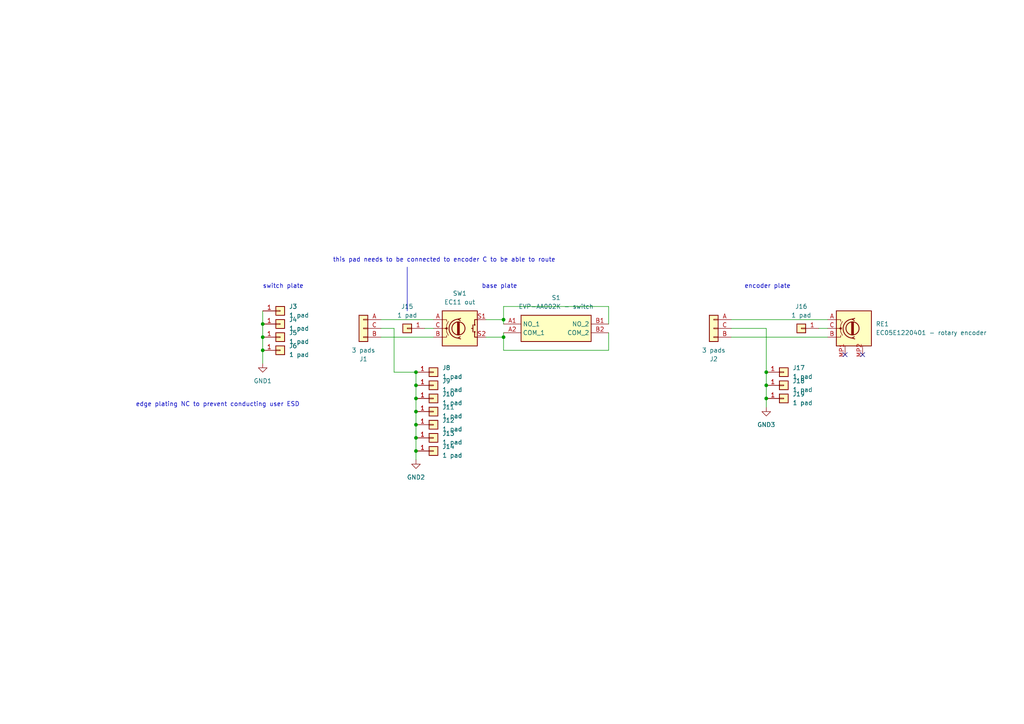
<source format=kicad_sch>
(kicad_sch (version 20230121) (generator eeschema)
  (paper "A4")
  (lib_symbols
    (symbol "1A-Project-Symbols:1 pad" (pin_names (offset 1.016) hide)
      (property "Reference" "J" (at 0 2.54 0))
      (property "Value" "1 pad" (at 0 -2.54 0))
      (symbol "1 pad_1_1"
        (rectangle (start -1.27 0.127) (end 0 -0.127) (stroke (width 0.1524)))
        (rectangle (start -1.27 1.27) (end 1.27 -1.27) (stroke (width 0.254)) (fill (type background)))
        (pin passive line (at -5.08 0 0) (length 3.81) (name "Pin_1") (number "1"))
      )
    )
    (symbol "1A-Project-Symbols:3 pads" (pin_names (offset 1.016) hide)
      (property "Reference" "J" (at 0 5.08 0))
      (property "Value" "3 pads" (at 0 -5.08 0))
      (symbol "3 pads_1_1"
        (rectangle (start -1.27 -2.413) (end 0 -2.667) (stroke (width 0.1524)))
        (rectangle (start -1.27 0.127) (end 0 -0.127) (stroke (width 0.1524)))
        (rectangle (start -1.27 2.667) (end 0 2.413) (stroke (width 0.1524)))
        (rectangle (start -1.27 3.81) (end 1.27 -3.81) (stroke (width 0.254)) (fill (type background)))
        (pin passive line (at -5.08 2.54 0) (length 3.81) (name "A") (number "A"))
        (pin passive line (at -5.08 -2.54 0) (length 3.81) (name "B") (number "B"))
        (pin passive line (at -5.08 0 0) (length 3.81) (name "C") (number "C"))
      )
    )
    (symbol "1A-Project-Symbols:EC05E1220401 - rotary encoder" (pin_names (offset 0.254) hide)
      (property "Reference" "RE" (at 0 6.604 0))
      (property "Value" "EC05E1220401 - rotary encoder" (at 0 -6.604 0))
      (symbol "EC05E1220401 - rotary encoder_0_1"
        (rectangle (start -5.08 5.08) (end 5.08 -5.08) (stroke (width 0.254)) (fill (type background)))
        (circle (center -3.81 0) (radius 0.254) (fill (type outline)))
        (circle (center -0.381 0) (radius 1.905) (stroke (width 0.254)))
        (arc (start -0.381 2.667) (mid -3.0988 -0.0635) (end -0.381 -2.794) (stroke (width 0.254)))
        (polyline (pts (xy -0.635 -1.778) (xy -0.635 1.778)) (stroke (width 0.254)))
        (polyline (pts (xy -0.381 -1.778) (xy -0.381 1.778)) (stroke (width 0.254)))
        (polyline (pts (xy -0.127 1.778) (xy -0.127 -1.778)) (stroke (width 0.254)))
        (polyline (pts (xy -5.08 -2.54) (xy -3.81 -2.54) (xy -3.81 -2.032)))
        (polyline (pts (xy -5.08 2.54) (xy -3.81 2.54) (xy -3.81 2.032)))
        (polyline (pts (xy 0.254 -3.048) (xy -0.508 -2.794) (xy 0.127 -2.413)) (stroke (width 0.254)))
        (polyline (pts (xy 0.254 2.921) (xy -0.508 2.667) (xy 0.127 2.286)) (stroke (width 0.254)))
        (polyline (pts (xy -5.08 0) (xy -3.81 0) (xy -3.81 -1.016) (xy -3.302 -2.032)))
        (polyline (pts (xy -4.318 0) (xy -3.81 0) (xy -3.81 1.016) (xy -3.302 2.032)))
      )
      (symbol "EC05E1220401 - rotary encoder_1_1"
        (pin passive line (at -7.62 2.54 0) (length 2.54) (name "A") (number "A"))
        (pin passive line (at -7.62 -2.54 0) (length 2.54) (name "B") (number "B"))
        (pin passive line (at -7.62 0 0) (length 2.54) (name "C") (number "C"))
        (pin passive line (at -2.54 -7.62 90) (length 2.54) (name "MP1") (number "MP1"))
        (pin input line (at 2.54 -7.62 90) (length 2.54) (name "MP2") (number "MP2"))
      )
    )
    (symbol "1A-Project-Symbols:EC11 out" (pin_names (offset 0.254) hide)
      (property "Reference" "SW" (at 0 6.604 0))
      (property "Value" "EC11 out" (at 0 -6.604 0))
      (symbol "EC11 out_0_1"
        (rectangle (start -5.08 5.08) (end 5.08 -5.08) (stroke (width 0.254)) (fill (type background)))
        (circle (center -3.81 0) (radius 0.254) (fill (type outline)))
        (circle (center -0.381 0) (radius 1.905) (stroke (width 0.254)))
        (arc (start -0.381 2.667) (mid -3.0988 -0.0635) (end -0.381 -2.794) (stroke (width 0.254)))
        (polyline (pts (xy -0.635 -1.778) (xy -0.635 1.778)) (stroke (width 0.254)))
        (polyline (pts (xy -0.381 -1.778) (xy -0.381 1.778)) (stroke (width 0.254)))
        (polyline (pts (xy -0.127 1.778) (xy -0.127 -1.778)) (stroke (width 0.254)))
        (polyline (pts (xy 3.81 0) (xy 3.429 0)) (stroke (width 0.254)))
        (polyline (pts (xy 3.81 1.016) (xy 3.81 -1.016)) (stroke (width 0.254)))
        (polyline (pts (xy -5.08 -2.54) (xy -3.81 -2.54) (xy -3.81 -2.032)))
        (polyline (pts (xy -5.08 2.54) (xy -3.81 2.54) (xy -3.81 2.032)))
        (polyline (pts (xy 0.254 -3.048) (xy -0.508 -2.794) (xy 0.127 -2.413)) (stroke (width 0.254)))
        (polyline (pts (xy 0.254 2.921) (xy -0.508 2.667) (xy 0.127 2.286)) (stroke (width 0.254)))
        (polyline (pts (xy 5.08 -2.54) (xy 4.318 -2.54) (xy 4.318 -1.016)) (stroke (width 0.254)))
        (polyline (pts (xy 5.08 2.54) (xy 4.318 2.54) (xy 4.318 1.016)) (stroke (width 0.254)))
        (polyline (pts (xy -5.08 0) (xy -3.81 0) (xy -3.81 -1.016) (xy -3.302 -2.032)))
        (polyline (pts (xy -4.318 0) (xy -3.81 0) (xy -3.81 1.016) (xy -3.302 2.032)))
        (circle (center 4.318 -1.016) (radius 0.127) (stroke (width 0.254)))
        (circle (center 4.318 1.016) (radius 0.127) (stroke (width 0.254)))
      )
      (symbol "EC11 out_1_1"
        (pin passive line (at -7.62 2.54 0) (length 2.54) (name "A") (number "A"))
        (pin passive line (at -7.62 -2.54 0) (length 2.54) (name "B") (number "B"))
        (pin passive line (at -7.62 0 0) (length 2.54) (name "C") (number "C"))
        (pin passive line (at 7.62 2.54 180) (length 2.54) (name "S1") (number "S1"))
        (pin passive line (at 7.62 -2.54 180) (length 2.54) (name "S2") (number "S2"))
      )
    )
    (symbol "1A-Project-Symbols:EVP-AA002K - switch"
      (property "Reference" "S" (at 26.67 7.62 0))
      (property "Value" "EVP-AA002K - switch" (at 26.67 5.08 0))
      (symbol "EVP-AA002K - switch_1_1"
        (rectangle (start 5.08 2.54) (end 25.4 -5.08) (stroke (width 0.254)) (fill (type background)))
        (pin passive line (at 0 0 0) (length 5.08) (name "NO_1") (number "A1"))
        (pin passive line (at 0 -2.54 0) (length 5.08) (name "COM_1") (number "A2"))
        (pin passive line (at 30.48 0 180) (length 5.08) (name "NO_2") (number "B1"))
        (pin passive line (at 30.48 -2.54 180) (length 5.08) (name "COM_2") (number "B2"))
      )
    )
    (symbol "power:GND1" (power) (pin_names (offset 0))
      (property "Value" "GND1" (at 0 -3.81 0))
      (symbol "GND1_0_1"
        (polyline (pts (xy 0 0) (xy 0 -1.27) (xy 1.27 -1.27) (xy 0 -2.54) (xy -1.27 -1.27) (xy 0 -1.27)))
      )
      (symbol "GND1_1_1"
        (pin power_in line (at 0 0 270) (length 0) hide (name "GND1") (number "1"))
      )
    )
    (symbol "power:GND2" (power) (pin_names (offset 0))
      (property "Value" "GND2" (at 0 -3.81 0))
      (symbol "GND2_0_1"
        (polyline (pts (xy 0 0) (xy 0 -1.27) (xy 1.27 -1.27) (xy 0 -2.54) (xy -1.27 -1.27) (xy 0 -1.27)))
      )
      (symbol "GND2_1_1"
        (pin power_in line (at 0 0 270) (length 0) hide (name "GND2") (number "1"))
      )
    )
    (symbol "power:GND3" (power) (pin_names (offset 0))
      (property "Value" "GND3" (at 0 -3.81 0))
      (symbol "GND3_0_1"
        (polyline (pts (xy 0 0) (xy 0 -1.27) (xy 1.27 -1.27) (xy 0 -2.54) (xy -1.27 -1.27) (xy 0 -1.27)))
      )
      (symbol "GND3_1_1"
        (pin power_in line (at 0 0 270) (length 0) hide (name "GND3") (number "1"))
      )
    )
  )
  (junction (at 146.05 97.79))
  (junction (at 222.25 107.95))
  (junction (at 120.65 107.95))
  (junction (at 120.65 111.76))
  (junction (at 120.65 130.81))
  (junction (at 120.65 123.19))
  (junction (at 76.2 93.98))
  (junction (at 120.65 127))
  (junction (at 76.2 97.79))
  (junction (at 120.65 115.57))
  (junction (at 146.05 92.71))
  (junction (at 120.65 119.38))
  (junction (at 222.25 115.57))
  (junction (at 222.25 111.76))
  (junction (at 76.2 101.6))
  (no_connect (at 245.11 102.87))
  (no_connect (at 250.19 102.87))
  (polyline (pts (xy 118.11 90.17) (xy 118.11 77.47)))
  (wire (pts (xy 120.65 123.19) (xy 120.65 127)))
  (wire (pts (xy 114.3 95.25) (xy 114.3 107.95)))
  (wire (pts (xy 120.65 111.76) (xy 120.65 115.57)))
  (wire (pts (xy 120.65 107.95) (xy 120.65 111.76)))
  (wire (pts (xy 237.49 95.25) (xy 240.03 95.25)))
  (wire (pts (xy 146.05 96.52) (xy 146.05 97.79)))
  (wire (pts (xy 222.25 95.25) (xy 222.25 107.95)))
  (wire (pts (xy 110.49 95.25) (xy 114.3 95.25)))
  (wire (pts (xy 146.05 97.79) (xy 146.05 101.6)))
  (wire (pts (xy 120.65 127) (xy 120.65 130.81)))
  (wire (pts (xy 76.2 97.79) (xy 76.2 101.6)))
  (wire (pts (xy 212.09 95.25) (xy 222.25 95.25)))
  (wire (pts (xy 110.49 97.79) (xy 125.73 97.79)))
  (wire (pts (xy 146.05 101.6) (xy 176.53 101.6)))
  (wire (pts (xy 76.2 93.98) (xy 76.2 97.79)))
  (wire (pts (xy 212.09 92.71) (xy 240.03 92.71)))
  (wire (pts (xy 120.65 115.57) (xy 120.65 119.38)))
  (wire (pts (xy 176.53 101.6) (xy 176.53 96.52)))
  (wire (pts (xy 222.25 107.95) (xy 222.25 111.76)))
  (wire (pts (xy 140.97 92.71) (xy 146.05 92.71)))
  (wire (pts (xy 123.19 95.25) (xy 125.73 95.25)))
  (wire (pts (xy 212.09 97.79) (xy 240.03 97.79)))
  (wire (pts (xy 176.53 88.9) (xy 146.05 88.9)))
  (wire (pts (xy 176.53 93.98) (xy 176.53 88.9)))
  (wire (pts (xy 222.25 115.57) (xy 222.25 118.11)))
  (wire (pts (xy 140.97 97.79) (xy 146.05 97.79)))
  (wire (pts (xy 110.49 92.71) (xy 125.73 92.71)))
  (wire (pts (xy 76.2 90.17) (xy 76.2 93.98)))
  (wire (pts (xy 114.3 107.95) (xy 120.65 107.95)))
  (wire (pts (xy 120.65 130.81) (xy 120.65 133.35)))
  (wire (pts (xy 76.2 101.6) (xy 76.2 105.41)))
  (wire (pts (xy 222.25 111.76) (xy 222.25 115.57)))
  (wire (pts (xy 146.05 92.71) (xy 146.05 93.98)))
  (wire (pts (xy 120.65 119.38) (xy 120.65 123.19)))
  (wire (pts (xy 146.05 88.9) (xy 146.05 92.71)))
  (text "base plate" (at 139.7 83.82 0) (effects (font (size 1.27 1.27)) (justify left bottom)))
  (text "edge plating NC to prevent conducting user ESD" (at 39.37 118.11 0) (effects (font (size 1.27 1.27)) (justify left bottom)))
  (text "switch plate" (at 76.2 83.82 0) (effects (font (size 1.27 1.27)) (justify left bottom)))
  (text "encoder plate" (at 215.9 83.82 0) (effects (font (size 1.27 1.27)) (justify left bottom)))
  (text "this pad needs to be connected to encoder C to be able to route" (at 96.52 76.2 0) (effects (font (size 1.27 1.27)) (justify left bottom)))
  (symbol (lib_id "1A-Project-Symbols:1 pad") (at 125.73 130.81 0) (unit 1)
    (property "Reference" "J14" (at 128.27 129.54 0) (effects (justify left)))
    (property "Value" "1 pad" (at 128.27 132.08 0) (effects (justify left)))
    (property "Footprint" "1A-Project-Library:1 pad" (effects hide))
  )
  (symbol (lib_id "1A-Project-Symbols:1 pad") (at 227.33 115.57 0) (unit 1)
    (property "Reference" "J19" (at 229.87 114.3 0) (effects (justify left)))
    (property "Value" "1 pad" (at 229.87 116.84 0) (effects (justify left)))
    (property "Footprint" "1A-Project-Library:1 pad" (effects hide))
  )
  (symbol (lib_id "1A-Project-Symbols:EC11 out") (at 133.35 95.25 0) (unit 1)
    (property "Reference" "SW1" (at 133.35 85.09 0))
    (property "Value" "EC11 out" (at 133.35 87.63 0))
    (property "Footprint" "1A-Project-Library:EC11 Out" (effects hide))
  )
  (symbol (lib_id "1A-Project-Symbols:3 pads") (at 207.01 95.25 0) (mirror y) (unit 1)
    (property "Reference" "J2" (at 207.01 104.14 0))
    (property "Value" "3 pads" (at 207.01 101.6 0))
    (property "Footprint" "1A-Project-Library:3 pads" (effects hide))
  )
  (symbol (lib_id "1A-Project-Symbols:1 pad") (at 81.28 90.17 0) (unit 1)
    (property "Reference" "J3" (at 83.82 88.9 0) (effects (justify left)))
    (property "Value" "1 pad" (at 83.82 91.44 0) (effects (justify left)))
    (property "Footprint" "1A-Project-Library:1 pad" (effects hide))
  )
  (symbol (lib_id "1A-Project-Symbols:3 pads") (at 105.41 95.25 0) (mirror y) (unit 1)
    (property "Reference" "J1" (at 105.41 104.14 0))
    (property "Value" "3 pads" (at 105.41 101.6 0))
    (property "Footprint" "1A-Project-Library:3 pads" (effects hide))
  )
  (symbol (lib_id "power:GND2") (at 120.65 133.35 0) (unit 1)
    (property "Reference" "#PWR02" (effects hide))
    (property "Value" "GND2" (at 120.65 138.43 0))
  )
  (symbol (lib_id "1A-Project-Symbols:1 pad") (at 227.33 111.76 0) (unit 1)
    (property "Reference" "J18" (at 229.87 110.49 0) (effects (justify left)))
    (property "Value" "1 pad" (at 229.87 113.03 0) (effects (justify left)))
    (property "Footprint" "1A-Project-Library:1 pad" (effects hide))
  )
  (symbol (lib_id "1A-Project-Symbols:1 pad") (at 232.41 95.25 180) (unit 1)
    (property "Reference" "J16" (at 232.41 88.9 0))
    (property "Value" "1 pad" (at 232.41 91.44 0))
    (property "Footprint" "1A-Project-Library:1 pad" (effects hide))
  )
  (symbol (lib_id "1A-Project-Symbols:1 pad") (at 81.28 97.79 0) (unit 1)
    (property "Reference" "J5" (at 83.82 96.52 0) (effects (justify left)))
    (property "Value" "1 pad" (at 83.82 99.06 0) (effects (justify left)))
    (property "Footprint" "1A-Project-Library:1 pad" (effects hide))
  )
  (symbol (lib_id "1A-Project-Symbols:EC05E1220401 - rotary encoder") (at 247.65 95.25 0) (unit 1)
    (property "Reference" "RE1" (at 254 93.98 0) (effects (justify left)))
    (property "Value" "EC05E1220401 - rotary encoder" (at 254 96.52 0) (effects (justify left)))
    (property "Footprint" "1A-Project-Library:EC05E1220401 - rotary encoder" (effects hide))
  )
  (symbol (lib_id "1A-Project-Symbols:1 pad") (at 81.28 101.6 0) (unit 1)
    (property "Reference" "J6" (at 83.82 100.33 0) (effects (justify left)))
    (property "Value" "1 pad" (at 83.82 102.87 0) (effects (justify left)))
    (property "Footprint" "1A-Project-Library:1 pad" (effects hide))
  )
  (symbol (lib_id "1A-Project-Symbols:1 pad") (at 227.33 107.95 0) (unit 1)
    (property "Reference" "J17" (at 229.87 106.68 0) (effects (justify left)))
    (property "Value" "1 pad" (at 229.87 109.22 0) (effects (justify left)))
    (property "Footprint" "1A-Project-Library:1 pad" (effects hide))
  )
  (symbol (lib_id "1A-Project-Symbols:EVP-AA002K - switch") (at 146.05 93.98 0) (unit 1)
    (property "Reference" "S1" (at 161.29 86.36 0))
    (property "Value" "EVP-AA002K - switch" (at 161.29 88.9 0))
    (property "Footprint" "1A-Project-Library:EVP-AA002K - switch" (effects hide))
    (property "Datasheet" "https://www.digikey.jp/htmldatasheets/production/3081219/0/0/1/evp-aa-series-datasheet.pdf" (effects hide))
    (property "Height" "1.9" (effects hide))
    (property "Manufacturer_Name" "Panasonic" (effects hide))
    (property "Manufacturer_Part_Number" "EVP-AA002K" (effects hide))
    (property "Mouser Part Number" "667-EVP-AA002K" (effects hide))
    (property "Mouser Price/Stock" "https://www.mouser.co.uk/ProductDetail/Panasonic/EVP-AA002K?qs=WwqriLBepZvsnmfnlWecog%3D%3D" (effects hide))
    (property "Arrow Part Number" "EVP-AA002K" (effects hide))
    (property "Arrow Price/Stock" "https://www.arrow.com/en/products/evp-aa002k/panasonic?region=nac" (effects hide))
  )
  (symbol (lib_id "1A-Project-Symbols:1 pad") (at 81.28 93.98 0) (unit 1)
    (property "Reference" "J4" (at 83.82 92.71 0) (effects (justify left)))
    (property "Value" "1 pad" (at 83.82 95.25 0) (effects (justify left)))
    (property "Footprint" "1A-Project-Library:1 pad" (effects hide))
  )
  (symbol (lib_id "1A-Project-Symbols:1 pad") (at 125.73 107.95 0) (unit 1)
    (property "Reference" "J8" (at 128.27 106.68 0) (effects (justify left)))
    (property "Value" "1 pad" (at 128.27 109.22 0) (effects (justify left)))
    (property "Footprint" "1A-Project-Library:1 pad" (effects hide))
  )
  (symbol (lib_id "1A-Project-Symbols:1 pad") (at 118.11 95.25 180) (unit 1)
    (property "Reference" "J15" (at 118.11 88.9 0))
    (property "Value" "1 pad" (at 118.11 91.44 0))
    (property "Footprint" "1A-Project-Library:1 pad" (effects hide))
  )
  (symbol (lib_id "1A-Project-Symbols:1 pad") (at 125.73 111.76 0) (unit 1)
    (property "Reference" "J9" (at 128.27 110.49 0) (effects (justify left)))
    (property "Value" "1 pad" (at 128.27 113.03 0) (effects (justify left)))
    (property "Footprint" "1A-Project-Library:1 pad" (effects hide))
  )
  (symbol (lib_id "1A-Project-Symbols:1 pad") (at 125.73 123.19 0) (unit 1)
    (property "Reference" "J12" (at 128.27 121.92 0) (effects (justify left)))
    (property "Value" "1 pad" (at 128.27 124.46 0) (effects (justify left)))
    (property "Footprint" "1A-Project-Library:1 pad" (effects hide))
  )
  (symbol (lib_id "1A-Project-Symbols:1 pad") (at 125.73 119.38 0) (unit 1)
    (property "Reference" "J11" (at 128.27 118.11 0) (effects (justify left)))
    (property "Value" "1 pad" (at 128.27 120.65 0) (effects (justify left)))
    (property "Footprint" "1A-Project-Library:1 pad" (effects hide))
  )
  (symbol (lib_id "1A-Project-Symbols:1 pad") (at 125.73 127 0) (unit 1)
    (property "Reference" "J13" (at 128.27 125.73 0) (effects (justify left)))
    (property "Value" "1 pad" (at 128.27 128.27 0) (effects (justify left)))
    (property "Footprint" "1A-Project-Library:1 pad" (effects hide))
  )
  (symbol (lib_id "power:GND3") (at 222.25 118.11 0) (unit 1)
    (property "Reference" "#PWR03" (effects hide))
    (property "Value" "GND3" (at 222.25 123.19 0))
  )
  (symbol (lib_id "1A-Project-Symbols:1 pad") (at 125.73 115.57 0) (unit 1)
    (property "Reference" "J10" (at 128.27 114.3 0) (effects (justify left)))
    (property "Value" "1 pad" (at 128.27 116.84 0) (effects (justify left)))
    (property "Footprint" "1A-Project-Library:1 pad" (effects hide))
  )
  (symbol (lib_id "power:GND1") (at 76.2 105.41 0) (unit 1)
    (property "Reference" "#PWR01" (effects hide))
    (property "Value" "GND1" (at 76.2 110.49 0))
  )
)
</source>
